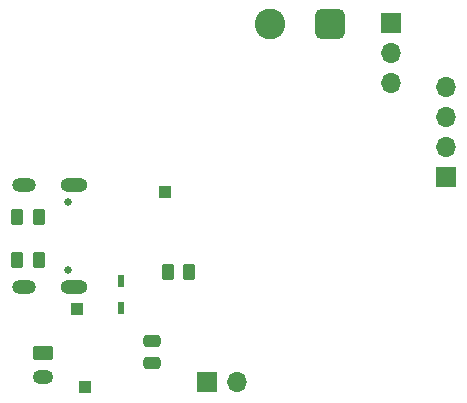
<source format=gbr>
%TF.GenerationSoftware,KiCad,Pcbnew,8.0.3*%
%TF.CreationDate,2024-12-07T22:28:51-06:00*%
%TF.ProjectId,wearable_som,77656172-6162-46c6-955f-736f6d2e6b69,rev?*%
%TF.SameCoordinates,Original*%
%TF.FileFunction,Soldermask,Bot*%
%TF.FilePolarity,Negative*%
%FSLAX46Y46*%
G04 Gerber Fmt 4.6, Leading zero omitted, Abs format (unit mm)*
G04 Created by KiCad (PCBNEW 8.0.3) date 2024-12-07 22:28:51*
%MOMM*%
%LPD*%
G01*
G04 APERTURE LIST*
G04 Aperture macros list*
%AMRoundRect*
0 Rectangle with rounded corners*
0 $1 Rounding radius*
0 $2 $3 $4 $5 $6 $7 $8 $9 X,Y pos of 4 corners*
0 Add a 4 corners polygon primitive as box body*
4,1,4,$2,$3,$4,$5,$6,$7,$8,$9,$2,$3,0*
0 Add four circle primitives for the rounded corners*
1,1,$1+$1,$2,$3*
1,1,$1+$1,$4,$5*
1,1,$1+$1,$6,$7*
1,1,$1+$1,$8,$9*
0 Add four rect primitives between the rounded corners*
20,1,$1+$1,$2,$3,$4,$5,0*
20,1,$1+$1,$4,$5,$6,$7,0*
20,1,$1+$1,$6,$7,$8,$9,0*
20,1,$1+$1,$8,$9,$2,$3,0*%
G04 Aperture macros list end*
%ADD10R,1.000000X1.000000*%
%ADD11R,1.700000X1.700000*%
%ADD12O,1.700000X1.700000*%
%ADD13C,0.650000*%
%ADD14O,2.304000X1.204000*%
%ADD15O,2.004000X1.204000*%
%ADD16RoundRect,0.650000X0.650000X0.650000X-0.650000X0.650000X-0.650000X-0.650000X0.650000X-0.650000X0*%
%ADD17C,2.600000*%
%ADD18RoundRect,0.250000X-0.625000X0.350000X-0.625000X-0.350000X0.625000X-0.350000X0.625000X0.350000X0*%
%ADD19O,1.750000X1.200000*%
%ADD20RoundRect,0.250000X-0.475000X0.250000X-0.475000X-0.250000X0.475000X-0.250000X0.475000X0.250000X0*%
%ADD21RoundRect,0.250000X0.262500X0.450000X-0.262500X0.450000X-0.262500X-0.450000X0.262500X-0.450000X0*%
%ADD22R,0.500000X1.075000*%
G04 APERTURE END LIST*
D10*
%TO.C,TP1*%
X107550000Y-124800000D03*
%TD*%
D11*
%TO.C,J1*%
X131325000Y-123545000D03*
D12*
X131325000Y-121005000D03*
X131325000Y-118465000D03*
X131325000Y-115925000D03*
%TD*%
D11*
%TO.C,R10*%
X111110000Y-140875000D03*
D12*
X113650000Y-140875000D03*
%TD*%
D13*
%TO.C,J2*%
X99350000Y-125625000D03*
X99350000Y-131405000D03*
D14*
X99850000Y-124195000D03*
X99850000Y-132835000D03*
D15*
X95670000Y-124195000D03*
X95670000Y-132835000D03*
%TD*%
D16*
%TO.C,M1*%
X121515000Y-110600000D03*
D17*
X116435000Y-110600000D03*
%TD*%
D18*
%TO.C,BT1*%
X97275000Y-138450000D03*
D19*
X97275000Y-140450000D03*
%TD*%
D10*
%TO.C,TP2*%
X100100000Y-134675000D03*
%TD*%
%TO.C,TP3*%
X100775000Y-141350000D03*
%TD*%
D11*
%TO.C,J3*%
X126675000Y-110495000D03*
D12*
X126675000Y-113035000D03*
X126675000Y-115575000D03*
%TD*%
D20*
%TO.C,C8*%
X106475000Y-137400000D03*
X106475000Y-139300000D03*
%TD*%
D21*
%TO.C,R1*%
X96900000Y-126875000D03*
X95075000Y-126875000D03*
%TD*%
%TO.C,R2*%
X96875000Y-130550000D03*
X95050000Y-130550000D03*
%TD*%
%TO.C,R3*%
X109637500Y-131575000D03*
X107812500Y-131575000D03*
%TD*%
D22*
%TO.C,D1*%
X103850000Y-132313000D03*
X103850000Y-134637000D03*
%TD*%
M02*

</source>
